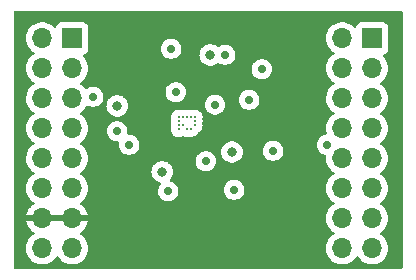
<source format=gbr>
G04 #@! TF.GenerationSoftware,KiCad,Pcbnew,7.0.0*
G04 #@! TF.CreationDate,2024-03-13T15:51:30+01:00*
G04 #@! TF.ProjectId,breakoutBoard_extended,62726561-6b6f-4757-9442-6f6172645f65,rev?*
G04 #@! TF.SameCoordinates,Original*
G04 #@! TF.FileFunction,Copper,L3,Inr*
G04 #@! TF.FilePolarity,Positive*
%FSLAX46Y46*%
G04 Gerber Fmt 4.6, Leading zero omitted, Abs format (unit mm)*
G04 Created by KiCad (PCBNEW 7.0.0) date 2024-03-13 15:51:30*
%MOMM*%
%LPD*%
G01*
G04 APERTURE LIST*
G04 #@! TA.AperFunction,ComponentPad*
%ADD10R,1.700000X1.700000*%
G04 #@! TD*
G04 #@! TA.AperFunction,ComponentPad*
%ADD11O,1.700000X1.700000*%
G04 #@! TD*
G04 #@! TA.AperFunction,ViaPad*
%ADD12C,0.800000*%
G04 #@! TD*
G04 #@! TA.AperFunction,ViaPad*
%ADD13C,0.250000*%
G04 #@! TD*
G04 #@! TA.AperFunction,ViaPad*
%ADD14C,0.700000*%
G04 #@! TD*
G04 APERTURE END LIST*
D10*
X45973999Y-33400999D03*
D11*
X43433999Y-33400999D03*
X45973999Y-35940999D03*
X43433999Y-35940999D03*
X45973999Y-38480999D03*
X43433999Y-38480999D03*
X45973999Y-41020999D03*
X43433999Y-41020999D03*
X45973999Y-43560999D03*
X43433999Y-43560999D03*
X45973999Y-46100999D03*
X43433999Y-46100999D03*
X45973999Y-48640999D03*
X43433999Y-48640999D03*
X45973999Y-51180999D03*
X43433999Y-51180999D03*
D10*
X71373999Y-33400999D03*
D11*
X68833999Y-33400999D03*
X71373999Y-35940999D03*
X68833999Y-35940999D03*
X71373999Y-38480999D03*
X68833999Y-38480999D03*
X71373999Y-41020999D03*
X68833999Y-41020999D03*
X71373999Y-43560999D03*
X68833999Y-43560999D03*
X71373999Y-46100999D03*
X68833999Y-46100999D03*
X71373999Y-48640999D03*
X68833999Y-48640999D03*
X71373999Y-51180999D03*
X68833999Y-51180999D03*
D12*
X53594000Y-42799000D03*
X57785000Y-36449000D03*
X51689000Y-39243000D03*
X64516000Y-36830000D03*
X61087000Y-43053000D03*
D13*
X55330000Y-40770000D03*
X56380380Y-40769540D03*
D12*
X49784000Y-39116000D03*
X53594000Y-44704000D03*
X57658000Y-34798000D03*
X59502040Y-43037760D03*
D14*
X59690000Y-46228000D03*
X62992000Y-42926000D03*
X54356000Y-34290000D03*
X58928014Y-34798000D03*
X58074560Y-39019480D03*
D13*
X56381040Y-40068220D03*
D14*
X57277000Y-43815000D03*
D13*
X56030520Y-41117240D03*
X54980840Y-40769540D03*
X56378500Y-40418740D03*
D14*
X67564000Y-42418000D03*
X60960000Y-38608000D03*
X62020686Y-36023314D03*
D13*
X54980840Y-40065960D03*
D14*
X54737000Y-37973000D03*
D13*
X55679340Y-41120060D03*
D14*
X50800000Y-42418000D03*
D13*
X54980840Y-40421560D03*
X55681880Y-40065960D03*
X56027320Y-40065960D03*
X55331360Y-40065960D03*
X54980840Y-41120060D03*
D14*
X49784000Y-41275000D03*
X47752000Y-38354000D03*
X54102000Y-46355000D03*
G04 #@! TA.AperFunction,Conductor*
G36*
X73886500Y-31067381D02*
G01*
X73932619Y-31113500D01*
X73949500Y-31176500D01*
X73949500Y-52823500D01*
X73932619Y-52886500D01*
X73886500Y-52932619D01*
X73823500Y-52949500D01*
X41176500Y-52949500D01*
X41113500Y-52932619D01*
X41067381Y-52886500D01*
X41050500Y-52823500D01*
X41050500Y-51181000D01*
X42070844Y-51181000D01*
X42089436Y-51405368D01*
X42144704Y-51623616D01*
X42146797Y-51628389D01*
X42146799Y-51628393D01*
X42222147Y-51800170D01*
X42235140Y-51829791D01*
X42358278Y-52018268D01*
X42361806Y-52022100D01*
X42507227Y-52180069D01*
X42507231Y-52180073D01*
X42510760Y-52183906D01*
X42688424Y-52322189D01*
X42886426Y-52429342D01*
X42891355Y-52431034D01*
X42891357Y-52431035D01*
X42992895Y-52465893D01*
X43099365Y-52502444D01*
X43321431Y-52539500D01*
X43541358Y-52539500D01*
X43546569Y-52539500D01*
X43768635Y-52502444D01*
X43981574Y-52429342D01*
X44179576Y-52322189D01*
X44357240Y-52183906D01*
X44509722Y-52018268D01*
X44598518Y-51882354D01*
X44644030Y-51840457D01*
X44704000Y-51825271D01*
X44763970Y-51840457D01*
X44809481Y-51882354D01*
X44898278Y-52018268D01*
X44901806Y-52022100D01*
X45047227Y-52180069D01*
X45047231Y-52180073D01*
X45050760Y-52183906D01*
X45228424Y-52322189D01*
X45426426Y-52429342D01*
X45431355Y-52431034D01*
X45431357Y-52431035D01*
X45532895Y-52465893D01*
X45639365Y-52502444D01*
X45861431Y-52539500D01*
X46081358Y-52539500D01*
X46086569Y-52539500D01*
X46308635Y-52502444D01*
X46521574Y-52429342D01*
X46719576Y-52322189D01*
X46897240Y-52183906D01*
X47049722Y-52018268D01*
X47172860Y-51829791D01*
X47263296Y-51623616D01*
X47318564Y-51405368D01*
X47337156Y-51181000D01*
X47318564Y-50956632D01*
X47263296Y-50738384D01*
X47172860Y-50532209D01*
X47049722Y-50343732D01*
X46988956Y-50277723D01*
X46900772Y-50181930D01*
X46900767Y-50181925D01*
X46897240Y-50178094D01*
X46719576Y-50039811D01*
X46715000Y-50037334D01*
X46714990Y-50037328D01*
X46685794Y-50021529D01*
X46637521Y-49975213D01*
X46619762Y-49910715D01*
X46637522Y-49846217D01*
X46685794Y-49799900D01*
X46714723Y-49784244D01*
X46723411Y-49778568D01*
X46892788Y-49646737D01*
X46900432Y-49639700D01*
X47045789Y-49481799D01*
X47052177Y-49473593D01*
X47169568Y-49293913D01*
X47174511Y-49284778D01*
X47260729Y-49088223D01*
X47264099Y-49078408D01*
X47307013Y-48908943D01*
X47307248Y-48897565D01*
X47296160Y-48895000D01*
X42111840Y-48895000D01*
X42100751Y-48897565D01*
X42100986Y-48908943D01*
X42143900Y-49078408D01*
X42147270Y-49088223D01*
X42233488Y-49284778D01*
X42238431Y-49293913D01*
X42355822Y-49473593D01*
X42362210Y-49481799D01*
X42507567Y-49639700D01*
X42515211Y-49646737D01*
X42684588Y-49778568D01*
X42693281Y-49784247D01*
X42722206Y-49799901D01*
X42770478Y-49846217D01*
X42788237Y-49910715D01*
X42770478Y-49975212D01*
X42722207Y-50021528D01*
X42721680Y-50021814D01*
X42693000Y-50037334D01*
X42692994Y-50037337D01*
X42688424Y-50039811D01*
X42684313Y-50043010D01*
X42684311Y-50043012D01*
X42514878Y-50174888D01*
X42514872Y-50174893D01*
X42510760Y-50178094D01*
X42507237Y-50181919D01*
X42507227Y-50181930D01*
X42361806Y-50339899D01*
X42361802Y-50339902D01*
X42358278Y-50343732D01*
X42355430Y-50348090D01*
X42355427Y-50348095D01*
X42269483Y-50479643D01*
X42235140Y-50532209D01*
X42233048Y-50536978D01*
X42233046Y-50536982D01*
X42146799Y-50733606D01*
X42146796Y-50733614D01*
X42144704Y-50738384D01*
X42089436Y-50956632D01*
X42089006Y-50961820D01*
X42089005Y-50961827D01*
X42071909Y-51168147D01*
X42070844Y-51181000D01*
X41050500Y-51181000D01*
X41050500Y-46101000D01*
X42070844Y-46101000D01*
X42071274Y-46106189D01*
X42081911Y-46234565D01*
X42089436Y-46325368D01*
X42144704Y-46543616D01*
X42146797Y-46548389D01*
X42146799Y-46548393D01*
X42213222Y-46699822D01*
X42235140Y-46749791D01*
X42358278Y-46938268D01*
X42407368Y-46991593D01*
X42507227Y-47100069D01*
X42507231Y-47100073D01*
X42510760Y-47103906D01*
X42688424Y-47242189D01*
X42693000Y-47244665D01*
X42693004Y-47244668D01*
X42693010Y-47244671D01*
X42722205Y-47260470D01*
X42770476Y-47306784D01*
X42788237Y-47371281D01*
X42770479Y-47435779D01*
X42722209Y-47482096D01*
X42693285Y-47497749D01*
X42684588Y-47503431D01*
X42515211Y-47635262D01*
X42507567Y-47642299D01*
X42362210Y-47800200D01*
X42355822Y-47808406D01*
X42238431Y-47988086D01*
X42233488Y-47997221D01*
X42147270Y-48193776D01*
X42143900Y-48203591D01*
X42100986Y-48373056D01*
X42100751Y-48384434D01*
X42111840Y-48387000D01*
X47296160Y-48387000D01*
X47307248Y-48384434D01*
X47307013Y-48373056D01*
X47264099Y-48203591D01*
X47260729Y-48193776D01*
X47174511Y-47997221D01*
X47169568Y-47988086D01*
X47052177Y-47808406D01*
X47045789Y-47800200D01*
X46900432Y-47642299D01*
X46892788Y-47635262D01*
X46723411Y-47503431D01*
X46714713Y-47497749D01*
X46685792Y-47482097D01*
X46637520Y-47435780D01*
X46619762Y-47371281D01*
X46637523Y-47306784D01*
X46685791Y-47260472D01*
X46719576Y-47242189D01*
X46897240Y-47103906D01*
X47049722Y-46938268D01*
X47172860Y-46749791D01*
X47263296Y-46543616D01*
X47318564Y-46325368D01*
X47337156Y-46101000D01*
X47318564Y-45876632D01*
X47263296Y-45658384D01*
X47172860Y-45452209D01*
X47049722Y-45263732D01*
X46988956Y-45197723D01*
X46900772Y-45101930D01*
X46900767Y-45101925D01*
X46897240Y-45098094D01*
X46719576Y-44959811D01*
X46714997Y-44957333D01*
X46714994Y-44957331D01*
X46686318Y-44941812D01*
X46638047Y-44895494D01*
X46620289Y-44830996D01*
X46638050Y-44766499D01*
X46686321Y-44720185D01*
X46716229Y-44704000D01*
X52680496Y-44704000D01*
X52700458Y-44893928D01*
X52702495Y-44900200D01*
X52702497Y-44900205D01*
X52757430Y-45069271D01*
X52757433Y-45069278D01*
X52759473Y-45075556D01*
X52854960Y-45240944D01*
X52879407Y-45268095D01*
X52971947Y-45370872D01*
X52982747Y-45382866D01*
X52988089Y-45386747D01*
X52988091Y-45386749D01*
X53031298Y-45418141D01*
X53137248Y-45495118D01*
X53311712Y-45572794D01*
X53357907Y-45582613D01*
X53383090Y-45587966D01*
X53441203Y-45617577D01*
X53476726Y-45672277D01*
X53480140Y-45737409D01*
X53450530Y-45795522D01*
X53403633Y-45847607D01*
X53400334Y-45853320D01*
X53400331Y-45853325D01*
X53316705Y-45998170D01*
X53313401Y-46003893D01*
X53311359Y-46010175D01*
X53311359Y-46010177D01*
X53296767Y-46055089D01*
X53257635Y-46175525D01*
X53256945Y-46182088D01*
X53256945Y-46182089D01*
X53241354Y-46330426D01*
X53238771Y-46355000D01*
X53257635Y-46534475D01*
X53259674Y-46540752D01*
X53259675Y-46540754D01*
X53272137Y-46579107D01*
X53313401Y-46706107D01*
X53403633Y-46862393D01*
X53524387Y-46996504D01*
X53670385Y-47102578D01*
X53835248Y-47175980D01*
X54011768Y-47213500D01*
X54185629Y-47213500D01*
X54192232Y-47213500D01*
X54368752Y-47175980D01*
X54533615Y-47102578D01*
X54679613Y-46996504D01*
X54800367Y-46862393D01*
X54890599Y-46706107D01*
X54946365Y-46534475D01*
X54965229Y-46355000D01*
X54951880Y-46228000D01*
X58826771Y-46228000D01*
X58845635Y-46407475D01*
X58901401Y-46579107D01*
X58991633Y-46735393D01*
X59112387Y-46869504D01*
X59258385Y-46975578D01*
X59423248Y-47048980D01*
X59599768Y-47086500D01*
X59773629Y-47086500D01*
X59780232Y-47086500D01*
X59956752Y-47048980D01*
X60121615Y-46975578D01*
X60267613Y-46869504D01*
X60388367Y-46735393D01*
X60478599Y-46579107D01*
X60534365Y-46407475D01*
X60553229Y-46228000D01*
X60534365Y-46048525D01*
X60478599Y-45876893D01*
X60388367Y-45720607D01*
X60267613Y-45586496D01*
X60121615Y-45480422D01*
X59956752Y-45407020D01*
X59950299Y-45405648D01*
X59950295Y-45405647D01*
X59786689Y-45370872D01*
X59786684Y-45370871D01*
X59780232Y-45369500D01*
X59599768Y-45369500D01*
X59593316Y-45370871D01*
X59593310Y-45370872D01*
X59429704Y-45405647D01*
X59429697Y-45405649D01*
X59423248Y-45407020D01*
X59417218Y-45409704D01*
X59417217Y-45409705D01*
X59264416Y-45477737D01*
X59264414Y-45477738D01*
X59258386Y-45480422D01*
X59253045Y-45484302D01*
X59253044Y-45484303D01*
X59117731Y-45582613D01*
X59117728Y-45582614D01*
X59112387Y-45586496D01*
X59107970Y-45591401D01*
X59107965Y-45591406D01*
X59035149Y-45672277D01*
X58991633Y-45720607D01*
X58988334Y-45726320D01*
X58988331Y-45726325D01*
X58981932Y-45737409D01*
X58901401Y-45876893D01*
X58899359Y-45883175D01*
X58899359Y-45883177D01*
X58858095Y-46010177D01*
X58845635Y-46048525D01*
X58844945Y-46055088D01*
X58844945Y-46055089D01*
X58832286Y-46175525D01*
X58826771Y-46228000D01*
X54951880Y-46228000D01*
X54946365Y-46175525D01*
X54890599Y-46003893D01*
X54800367Y-45847607D01*
X54679613Y-45713496D01*
X54533615Y-45607422D01*
X54368752Y-45534020D01*
X54362294Y-45532647D01*
X54362287Y-45532645D01*
X54330749Y-45525941D01*
X54272636Y-45496330D01*
X54237114Y-45441630D01*
X54233701Y-45376497D01*
X54263308Y-45318388D01*
X54333040Y-45240944D01*
X54428527Y-45075556D01*
X54487542Y-44893928D01*
X54507504Y-44704000D01*
X54487542Y-44514072D01*
X54428527Y-44332444D01*
X54333040Y-44167056D01*
X54205253Y-44025134D01*
X54199911Y-44021253D01*
X54199908Y-44021250D01*
X54122057Y-43964688D01*
X54050752Y-43912882D01*
X53876288Y-43835206D01*
X53869835Y-43833834D01*
X53869831Y-43833833D01*
X53781229Y-43815000D01*
X56413771Y-43815000D01*
X56432635Y-43994475D01*
X56434674Y-44000752D01*
X56434675Y-44000754D01*
X56444192Y-44030044D01*
X56488401Y-44166107D01*
X56578633Y-44322393D01*
X56699387Y-44456504D01*
X56845385Y-44562578D01*
X57010248Y-44635980D01*
X57186768Y-44673500D01*
X57360629Y-44673500D01*
X57367232Y-44673500D01*
X57543752Y-44635980D01*
X57708615Y-44562578D01*
X57854613Y-44456504D01*
X57975367Y-44322393D01*
X58065599Y-44166107D01*
X58121365Y-43994475D01*
X58140229Y-43815000D01*
X58121365Y-43635525D01*
X58065599Y-43463893D01*
X57975367Y-43307607D01*
X57854613Y-43173496D01*
X57708615Y-43067422D01*
X57641993Y-43037760D01*
X58588536Y-43037760D01*
X58608498Y-43227688D01*
X58610535Y-43233960D01*
X58610537Y-43233965D01*
X58665470Y-43403031D01*
X58665473Y-43403038D01*
X58667513Y-43409316D01*
X58763000Y-43574704D01*
X58890787Y-43716626D01*
X58896129Y-43720507D01*
X58896131Y-43720509D01*
X58934454Y-43748352D01*
X59045288Y-43828878D01*
X59219752Y-43906554D01*
X59406553Y-43946260D01*
X59590924Y-43946260D01*
X59597527Y-43946260D01*
X59784328Y-43906554D01*
X59958792Y-43828878D01*
X60113293Y-43716626D01*
X60241080Y-43574704D01*
X60336567Y-43409316D01*
X60395582Y-43227688D01*
X60415544Y-43037760D01*
X60403798Y-42926000D01*
X62128771Y-42926000D01*
X62147635Y-43105475D01*
X62149674Y-43111752D01*
X62149675Y-43111754D01*
X62168474Y-43169613D01*
X62203401Y-43277107D01*
X62293633Y-43433393D01*
X62414387Y-43567504D01*
X62560385Y-43673578D01*
X62725248Y-43746980D01*
X62901768Y-43784500D01*
X63075629Y-43784500D01*
X63082232Y-43784500D01*
X63258752Y-43746980D01*
X63423615Y-43673578D01*
X63569613Y-43567504D01*
X63690367Y-43433393D01*
X63780599Y-43277107D01*
X63836365Y-43105475D01*
X63855229Y-42926000D01*
X63836365Y-42746525D01*
X63780599Y-42574893D01*
X63690367Y-42418607D01*
X63689820Y-42418000D01*
X66700771Y-42418000D01*
X66719635Y-42597475D01*
X66775401Y-42769107D01*
X66865633Y-42925393D01*
X66986387Y-43059504D01*
X67132385Y-43165578D01*
X67297248Y-43238980D01*
X67385525Y-43257743D01*
X67439607Y-43283875D01*
X67475447Y-43332077D01*
X67484898Y-43391395D01*
X67470844Y-43561000D01*
X67471274Y-43566189D01*
X67486368Y-43748352D01*
X67489436Y-43785368D01*
X67544704Y-44003616D01*
X67546797Y-44008389D01*
X67546799Y-44008393D01*
X67613222Y-44159822D01*
X67635140Y-44209791D01*
X67758278Y-44398268D01*
X67761806Y-44402100D01*
X67907227Y-44560069D01*
X67907231Y-44560073D01*
X67910760Y-44563906D01*
X68088424Y-44702189D01*
X68121680Y-44720186D01*
X68169950Y-44766499D01*
X68187710Y-44830996D01*
X68169953Y-44895494D01*
X68121683Y-44941811D01*
X68093005Y-44957331D01*
X68092997Y-44957336D01*
X68088424Y-44959811D01*
X68084313Y-44963010D01*
X68084311Y-44963012D01*
X67914878Y-45094888D01*
X67914872Y-45094893D01*
X67910760Y-45098094D01*
X67907237Y-45101919D01*
X67907227Y-45101930D01*
X67761806Y-45259899D01*
X67761802Y-45259902D01*
X67758278Y-45263732D01*
X67755430Y-45268090D01*
X67755427Y-45268095D01*
X67637992Y-45447843D01*
X67635140Y-45452209D01*
X67633048Y-45456978D01*
X67633046Y-45456982D01*
X67546799Y-45653606D01*
X67546796Y-45653614D01*
X67544704Y-45658384D01*
X67543423Y-45663440D01*
X67543422Y-45663445D01*
X67498029Y-45842699D01*
X67489436Y-45876632D01*
X67489006Y-45881820D01*
X67489005Y-45881827D01*
X67478370Y-46010177D01*
X67470844Y-46101000D01*
X67471274Y-46106189D01*
X67481911Y-46234565D01*
X67489436Y-46325368D01*
X67544704Y-46543616D01*
X67546797Y-46548389D01*
X67546799Y-46548393D01*
X67613222Y-46699822D01*
X67635140Y-46749791D01*
X67758278Y-46938268D01*
X67807368Y-46991593D01*
X67907227Y-47100069D01*
X67907231Y-47100073D01*
X67910760Y-47103906D01*
X68088424Y-47242189D01*
X68093002Y-47244666D01*
X68093009Y-47244671D01*
X68121680Y-47260187D01*
X68169951Y-47306503D01*
X68187710Y-47371000D01*
X68169951Y-47435497D01*
X68121680Y-47481813D01*
X68093009Y-47497328D01*
X68092993Y-47497338D01*
X68088424Y-47499811D01*
X68084313Y-47503010D01*
X68084311Y-47503012D01*
X67914878Y-47634888D01*
X67914872Y-47634893D01*
X67910760Y-47638094D01*
X67907237Y-47641919D01*
X67907227Y-47641930D01*
X67761806Y-47799899D01*
X67761802Y-47799902D01*
X67758278Y-47803732D01*
X67755430Y-47808090D01*
X67755427Y-47808095D01*
X67637992Y-47987843D01*
X67635140Y-47992209D01*
X67633048Y-47996978D01*
X67633046Y-47996982D01*
X67546799Y-48193606D01*
X67546796Y-48193614D01*
X67544704Y-48198384D01*
X67489436Y-48416632D01*
X67489006Y-48421820D01*
X67489005Y-48421827D01*
X67471909Y-48628147D01*
X67470844Y-48641000D01*
X67489436Y-48865368D01*
X67544704Y-49083616D01*
X67546797Y-49088389D01*
X67546799Y-49088393D01*
X67622147Y-49260170D01*
X67635140Y-49289791D01*
X67758278Y-49478268D01*
X67761806Y-49482100D01*
X67907227Y-49640069D01*
X67907231Y-49640073D01*
X67910760Y-49643906D01*
X68088424Y-49782189D01*
X68093002Y-49784666D01*
X68093009Y-49784671D01*
X68121680Y-49800187D01*
X68169951Y-49846503D01*
X68187710Y-49911000D01*
X68169951Y-49975497D01*
X68121680Y-50021813D01*
X68093009Y-50037328D01*
X68092993Y-50037338D01*
X68088424Y-50039811D01*
X68084313Y-50043010D01*
X68084311Y-50043012D01*
X67914878Y-50174888D01*
X67914872Y-50174893D01*
X67910760Y-50178094D01*
X67907237Y-50181919D01*
X67907227Y-50181930D01*
X67761806Y-50339899D01*
X67761802Y-50339902D01*
X67758278Y-50343732D01*
X67755430Y-50348090D01*
X67755427Y-50348095D01*
X67669483Y-50479643D01*
X67635140Y-50532209D01*
X67633048Y-50536978D01*
X67633046Y-50536982D01*
X67546799Y-50733606D01*
X67546796Y-50733614D01*
X67544704Y-50738384D01*
X67489436Y-50956632D01*
X67489006Y-50961820D01*
X67489005Y-50961827D01*
X67471909Y-51168147D01*
X67470844Y-51181000D01*
X67489436Y-51405368D01*
X67544704Y-51623616D01*
X67546797Y-51628389D01*
X67546799Y-51628393D01*
X67622147Y-51800170D01*
X67635140Y-51829791D01*
X67758278Y-52018268D01*
X67761806Y-52022100D01*
X67907227Y-52180069D01*
X67907231Y-52180073D01*
X67910760Y-52183906D01*
X68088424Y-52322189D01*
X68286426Y-52429342D01*
X68291355Y-52431034D01*
X68291357Y-52431035D01*
X68392895Y-52465893D01*
X68499365Y-52502444D01*
X68721431Y-52539500D01*
X68941358Y-52539500D01*
X68946569Y-52539500D01*
X69168635Y-52502444D01*
X69381574Y-52429342D01*
X69579576Y-52322189D01*
X69757240Y-52183906D01*
X69909722Y-52018268D01*
X69998518Y-51882354D01*
X70044030Y-51840457D01*
X70104000Y-51825271D01*
X70163970Y-51840457D01*
X70209481Y-51882354D01*
X70298278Y-52018268D01*
X70301806Y-52022100D01*
X70447227Y-52180069D01*
X70447231Y-52180073D01*
X70450760Y-52183906D01*
X70628424Y-52322189D01*
X70826426Y-52429342D01*
X70831355Y-52431034D01*
X70831357Y-52431035D01*
X70932895Y-52465893D01*
X71039365Y-52502444D01*
X71261431Y-52539500D01*
X71481358Y-52539500D01*
X71486569Y-52539500D01*
X71708635Y-52502444D01*
X71921574Y-52429342D01*
X72119576Y-52322189D01*
X72297240Y-52183906D01*
X72449722Y-52018268D01*
X72572860Y-51829791D01*
X72663296Y-51623616D01*
X72718564Y-51405368D01*
X72737156Y-51181000D01*
X72718564Y-50956632D01*
X72663296Y-50738384D01*
X72572860Y-50532209D01*
X72449722Y-50343732D01*
X72388956Y-50277723D01*
X72300772Y-50181930D01*
X72300767Y-50181925D01*
X72297240Y-50178094D01*
X72119576Y-50039811D01*
X72115002Y-50037336D01*
X72114995Y-50037331D01*
X72086320Y-50021814D01*
X72038048Y-49975498D01*
X72020289Y-49911000D01*
X72038048Y-49846502D01*
X72086320Y-49800186D01*
X72086849Y-49799900D01*
X72119576Y-49782189D01*
X72297240Y-49643906D01*
X72449722Y-49478268D01*
X72572860Y-49289791D01*
X72663296Y-49083616D01*
X72718564Y-48865368D01*
X72737156Y-48641000D01*
X72718564Y-48416632D01*
X72663296Y-48198384D01*
X72572860Y-47992209D01*
X72449722Y-47803732D01*
X72388956Y-47737723D01*
X72300772Y-47641930D01*
X72300767Y-47641925D01*
X72297240Y-47638094D01*
X72119576Y-47499811D01*
X72115002Y-47497336D01*
X72114995Y-47497331D01*
X72086320Y-47481814D01*
X72038048Y-47435498D01*
X72020289Y-47371000D01*
X72038048Y-47306502D01*
X72086320Y-47260186D01*
X72114990Y-47244671D01*
X72119576Y-47242189D01*
X72297240Y-47103906D01*
X72449722Y-46938268D01*
X72572860Y-46749791D01*
X72663296Y-46543616D01*
X72718564Y-46325368D01*
X72737156Y-46101000D01*
X72718564Y-45876632D01*
X72663296Y-45658384D01*
X72572860Y-45452209D01*
X72449722Y-45263732D01*
X72388956Y-45197723D01*
X72300772Y-45101930D01*
X72300767Y-45101925D01*
X72297240Y-45098094D01*
X72119576Y-44959811D01*
X72114997Y-44957333D01*
X72114994Y-44957331D01*
X72086318Y-44941812D01*
X72038047Y-44895494D01*
X72020289Y-44830996D01*
X72038050Y-44766499D01*
X72086321Y-44720185D01*
X72119576Y-44702189D01*
X72297240Y-44563906D01*
X72449722Y-44398268D01*
X72572860Y-44209791D01*
X72663296Y-44003616D01*
X72718564Y-43785368D01*
X72737156Y-43561000D01*
X72718564Y-43336632D01*
X72663296Y-43118384D01*
X72572860Y-42912209D01*
X72449722Y-42723732D01*
X72388956Y-42657723D01*
X72300772Y-42561930D01*
X72300767Y-42561925D01*
X72297240Y-42558094D01*
X72119576Y-42419811D01*
X72115002Y-42417336D01*
X72114995Y-42417331D01*
X72086320Y-42401814D01*
X72038048Y-42355498D01*
X72020289Y-42291000D01*
X72038048Y-42226502D01*
X72086320Y-42180186D01*
X72102092Y-42171651D01*
X72119576Y-42162189D01*
X72297240Y-42023906D01*
X72449722Y-41858268D01*
X72572860Y-41669791D01*
X72663296Y-41463616D01*
X72718564Y-41245368D01*
X72737156Y-41021000D01*
X72718564Y-40796632D01*
X72663296Y-40578384D01*
X72572860Y-40372209D01*
X72449722Y-40183732D01*
X72343385Y-40068220D01*
X72300772Y-40021930D01*
X72300767Y-40021925D01*
X72297240Y-40018094D01*
X72119576Y-39879811D01*
X72115002Y-39877336D01*
X72114995Y-39877331D01*
X72086320Y-39861814D01*
X72038048Y-39815498D01*
X72020289Y-39751000D01*
X72038048Y-39686502D01*
X72086320Y-39640186D01*
X72086681Y-39639991D01*
X72119576Y-39622189D01*
X72297240Y-39483906D01*
X72449722Y-39318268D01*
X72572860Y-39129791D01*
X72663296Y-38923616D01*
X72718564Y-38705368D01*
X72737156Y-38481000D01*
X72718564Y-38256632D01*
X72663296Y-38038384D01*
X72572860Y-37832209D01*
X72449722Y-37643732D01*
X72350275Y-37535705D01*
X72300772Y-37481930D01*
X72300767Y-37481925D01*
X72297240Y-37478094D01*
X72119576Y-37339811D01*
X72115002Y-37337336D01*
X72114995Y-37337331D01*
X72086320Y-37321814D01*
X72038048Y-37275498D01*
X72020289Y-37211000D01*
X72038048Y-37146502D01*
X72086320Y-37100186D01*
X72114990Y-37084671D01*
X72119576Y-37082189D01*
X72297240Y-36943906D01*
X72449722Y-36778268D01*
X72572860Y-36589791D01*
X72663296Y-36383616D01*
X72718564Y-36165368D01*
X72737156Y-35941000D01*
X72718564Y-35716632D01*
X72663296Y-35498384D01*
X72572860Y-35292209D01*
X72449722Y-35103732D01*
X72306525Y-34948180D01*
X72277288Y-34894576D01*
X72276685Y-34833520D01*
X72304859Y-34779350D01*
X72355191Y-34744786D01*
X72470204Y-34701889D01*
X72587261Y-34614261D01*
X72674889Y-34497204D01*
X72725989Y-34360201D01*
X72732500Y-34299638D01*
X72732500Y-32502362D01*
X72725989Y-32441799D01*
X72674889Y-32304796D01*
X72587261Y-32187739D01*
X72543713Y-32155139D01*
X72477417Y-32105510D01*
X72477414Y-32105508D01*
X72470204Y-32100111D01*
X72461766Y-32096964D01*
X72461763Y-32096962D01*
X72340580Y-32051763D01*
X72340578Y-32051762D01*
X72333201Y-32049011D01*
X72325373Y-32048169D01*
X72325367Y-32048168D01*
X72275988Y-32042860D01*
X72275985Y-32042859D01*
X72272638Y-32042500D01*
X70475362Y-32042500D01*
X70472015Y-32042859D01*
X70472011Y-32042860D01*
X70422632Y-32048168D01*
X70422625Y-32048169D01*
X70414799Y-32049011D01*
X70407423Y-32051761D01*
X70407419Y-32051763D01*
X70286236Y-32096962D01*
X70286230Y-32096965D01*
X70277796Y-32100111D01*
X70270588Y-32105506D01*
X70270582Y-32105510D01*
X70167950Y-32182340D01*
X70167946Y-32182343D01*
X70160739Y-32187739D01*
X70155343Y-32194946D01*
X70155340Y-32194950D01*
X70078510Y-32297582D01*
X70078506Y-32297588D01*
X70073111Y-32304796D01*
X70069964Y-32313231D01*
X70069960Y-32313240D01*
X70029000Y-32423057D01*
X69992468Y-32475095D01*
X69935178Y-32502671D01*
X69871717Y-32498761D01*
X69818244Y-32464361D01*
X69760772Y-32401931D01*
X69760771Y-32401930D01*
X69757240Y-32398094D01*
X69579576Y-32259811D01*
X69574997Y-32257333D01*
X69574994Y-32257331D01*
X69386159Y-32155139D01*
X69386156Y-32155137D01*
X69381574Y-32152658D01*
X69376650Y-32150967D01*
X69376642Y-32150964D01*
X69173565Y-32081248D01*
X69173559Y-32081246D01*
X69168635Y-32079556D01*
X69163498Y-32078698D01*
X69163495Y-32078698D01*
X68951706Y-32043357D01*
X68951703Y-32043356D01*
X68946569Y-32042500D01*
X68721431Y-32042500D01*
X68716297Y-32043356D01*
X68716293Y-32043357D01*
X68504504Y-32078698D01*
X68504498Y-32078699D01*
X68499365Y-32079556D01*
X68494443Y-32081245D01*
X68494434Y-32081248D01*
X68291357Y-32150964D01*
X68291344Y-32150969D01*
X68286426Y-32152658D01*
X68281847Y-32155135D01*
X68281840Y-32155139D01*
X68093005Y-32257331D01*
X68092997Y-32257336D01*
X68088424Y-32259811D01*
X68084313Y-32263010D01*
X68084311Y-32263012D01*
X67914878Y-32394888D01*
X67914872Y-32394893D01*
X67910760Y-32398094D01*
X67907237Y-32401919D01*
X67907227Y-32401930D01*
X67761806Y-32559899D01*
X67761802Y-32559902D01*
X67758278Y-32563732D01*
X67755430Y-32568090D01*
X67755427Y-32568095D01*
X67637992Y-32747843D01*
X67635140Y-32752209D01*
X67633048Y-32756978D01*
X67633046Y-32756982D01*
X67546799Y-32953606D01*
X67546796Y-32953614D01*
X67544704Y-32958384D01*
X67489436Y-33176632D01*
X67489006Y-33181820D01*
X67489005Y-33181827D01*
X67471909Y-33388147D01*
X67470844Y-33401000D01*
X67489436Y-33625368D01*
X67490717Y-33630426D01*
X67528011Y-33777699D01*
X67544704Y-33843616D01*
X67546797Y-33848389D01*
X67546799Y-33848393D01*
X67618021Y-34010763D01*
X67635140Y-34049791D01*
X67758278Y-34238268D01*
X67761806Y-34242100D01*
X67907227Y-34400069D01*
X67907231Y-34400073D01*
X67910760Y-34403906D01*
X68088424Y-34542189D01*
X68093002Y-34544666D01*
X68093009Y-34544671D01*
X68121680Y-34560187D01*
X68169951Y-34606503D01*
X68187710Y-34671000D01*
X68169951Y-34735497D01*
X68121680Y-34781813D01*
X68093009Y-34797328D01*
X68092993Y-34797338D01*
X68088424Y-34799811D01*
X68084313Y-34803010D01*
X68084311Y-34803012D01*
X67914878Y-34934888D01*
X67914872Y-34934893D01*
X67910760Y-34938094D01*
X67907237Y-34941919D01*
X67907227Y-34941930D01*
X67761806Y-35099899D01*
X67761802Y-35099902D01*
X67758278Y-35103732D01*
X67755430Y-35108090D01*
X67755427Y-35108095D01*
X67642109Y-35281542D01*
X67635140Y-35292209D01*
X67633048Y-35296978D01*
X67633046Y-35296982D01*
X67546799Y-35493606D01*
X67546796Y-35493614D01*
X67544704Y-35498384D01*
X67543423Y-35503440D01*
X67543422Y-35503445D01*
X67492349Y-35705127D01*
X67489436Y-35716632D01*
X67489006Y-35721820D01*
X67489005Y-35721827D01*
X67478895Y-35843839D01*
X67470844Y-35941000D01*
X67489436Y-36165368D01*
X67490717Y-36170426D01*
X67542375Y-36374421D01*
X67544704Y-36383616D01*
X67546797Y-36388389D01*
X67546799Y-36388393D01*
X67606715Y-36524988D01*
X67635140Y-36589791D01*
X67758278Y-36778268D01*
X67761806Y-36782100D01*
X67907227Y-36940069D01*
X67907231Y-36940073D01*
X67910760Y-36943906D01*
X68088424Y-37082189D01*
X68093002Y-37084666D01*
X68093009Y-37084671D01*
X68121680Y-37100187D01*
X68169951Y-37146503D01*
X68187710Y-37211000D01*
X68169951Y-37275497D01*
X68121680Y-37321813D01*
X68093009Y-37337328D01*
X68092993Y-37337338D01*
X68088424Y-37339811D01*
X68084313Y-37343010D01*
X68084311Y-37343012D01*
X67914878Y-37474888D01*
X67914872Y-37474893D01*
X67910760Y-37478094D01*
X67907237Y-37481919D01*
X67907227Y-37481930D01*
X67761806Y-37639899D01*
X67761802Y-37639902D01*
X67758278Y-37643732D01*
X67755430Y-37648090D01*
X67755427Y-37648095D01*
X67669483Y-37779643D01*
X67635140Y-37832209D01*
X67633048Y-37836978D01*
X67633046Y-37836982D01*
X67546799Y-38033606D01*
X67546796Y-38033614D01*
X67544704Y-38038384D01*
X67543423Y-38043440D01*
X67543422Y-38043445D01*
X67510228Y-38174525D01*
X67489436Y-38256632D01*
X67489006Y-38261820D01*
X67489005Y-38261827D01*
X67479381Y-38377976D01*
X67470844Y-38481000D01*
X67471274Y-38486189D01*
X67488893Y-38698822D01*
X67489436Y-38705368D01*
X67544704Y-38923616D01*
X67546797Y-38928389D01*
X67546799Y-38928393D01*
X67589633Y-39026045D01*
X67635140Y-39129791D01*
X67758278Y-39318268D01*
X67808727Y-39373069D01*
X67907227Y-39480069D01*
X67907231Y-39480073D01*
X67910760Y-39483906D01*
X68088424Y-39622189D01*
X68093002Y-39624666D01*
X68093009Y-39624671D01*
X68121680Y-39640187D01*
X68169951Y-39686503D01*
X68187710Y-39751000D01*
X68169951Y-39815497D01*
X68121680Y-39861813D01*
X68093009Y-39877328D01*
X68092993Y-39877338D01*
X68088424Y-39879811D01*
X68084313Y-39883010D01*
X68084311Y-39883012D01*
X67914878Y-40014888D01*
X67914872Y-40014893D01*
X67910760Y-40018094D01*
X67907237Y-40021919D01*
X67907227Y-40021930D01*
X67761806Y-40179899D01*
X67761802Y-40179902D01*
X67758278Y-40183732D01*
X67755430Y-40188090D01*
X67755427Y-40188095D01*
X67699371Y-40273896D01*
X67635140Y-40372209D01*
X67633048Y-40376978D01*
X67633046Y-40376982D01*
X67546799Y-40573606D01*
X67546796Y-40573614D01*
X67544704Y-40578384D01*
X67543423Y-40583440D01*
X67543422Y-40583445D01*
X67495338Y-40773325D01*
X67489436Y-40796632D01*
X67489006Y-40801820D01*
X67489005Y-40801827D01*
X67478435Y-40929388D01*
X67470844Y-41021000D01*
X67471274Y-41026189D01*
X67485491Y-41197768D01*
X67489436Y-41245368D01*
X67490717Y-41250426D01*
X67531973Y-41413344D01*
X67530624Y-41480117D01*
X67495337Y-41536819D01*
X67436026Y-41567522D01*
X67303704Y-41595647D01*
X67303697Y-41595649D01*
X67297248Y-41597020D01*
X67291218Y-41599704D01*
X67291217Y-41599705D01*
X67138416Y-41667737D01*
X67138414Y-41667738D01*
X67132386Y-41670422D01*
X67127045Y-41674302D01*
X67127044Y-41674303D01*
X66991731Y-41772613D01*
X66991728Y-41772614D01*
X66986387Y-41776496D01*
X66981970Y-41781401D01*
X66981965Y-41781406D01*
X66870052Y-41905699D01*
X66865633Y-41910607D01*
X66862334Y-41916320D01*
X66862331Y-41916325D01*
X66798369Y-42027111D01*
X66775401Y-42066893D01*
X66773359Y-42073175D01*
X66773359Y-42073177D01*
X66730767Y-42204265D01*
X66719635Y-42238525D01*
X66718945Y-42245088D01*
X66718945Y-42245089D01*
X66711843Y-42312658D01*
X66700771Y-42418000D01*
X63689820Y-42418000D01*
X63569613Y-42284496D01*
X63423615Y-42178422D01*
X63258752Y-42105020D01*
X63252299Y-42103648D01*
X63252295Y-42103647D01*
X63088689Y-42068872D01*
X63088684Y-42068871D01*
X63082232Y-42067500D01*
X62901768Y-42067500D01*
X62895316Y-42068871D01*
X62895310Y-42068872D01*
X62731704Y-42103647D01*
X62731697Y-42103649D01*
X62725248Y-42105020D01*
X62719218Y-42107704D01*
X62719217Y-42107705D01*
X62566416Y-42175737D01*
X62566414Y-42175738D01*
X62560386Y-42178422D01*
X62555045Y-42182302D01*
X62555044Y-42182303D01*
X62419731Y-42280613D01*
X62419728Y-42280614D01*
X62414387Y-42284496D01*
X62409970Y-42289401D01*
X62409965Y-42289406D01*
X62298052Y-42413699D01*
X62293633Y-42418607D01*
X62290334Y-42424320D01*
X62290331Y-42424325D01*
X62249003Y-42495908D01*
X62203401Y-42574893D01*
X62201359Y-42581175D01*
X62201359Y-42581177D01*
X62155041Y-42723732D01*
X62147635Y-42746525D01*
X62146945Y-42753088D01*
X62146945Y-42753089D01*
X62129746Y-42916728D01*
X62128771Y-42926000D01*
X60403798Y-42926000D01*
X60395582Y-42847832D01*
X60336567Y-42666204D01*
X60241080Y-42500816D01*
X60113293Y-42358894D01*
X60107951Y-42355013D01*
X60107948Y-42355010D01*
X60005549Y-42280613D01*
X59958792Y-42246642D01*
X59784328Y-42168966D01*
X59777875Y-42167594D01*
X59777871Y-42167593D01*
X59603983Y-42130632D01*
X59603980Y-42130631D01*
X59597527Y-42129260D01*
X59406553Y-42129260D01*
X59400100Y-42130631D01*
X59400096Y-42130632D01*
X59226208Y-42167593D01*
X59226201Y-42167595D01*
X59219752Y-42168966D01*
X59213722Y-42171650D01*
X59213721Y-42171651D01*
X59051318Y-42243957D01*
X59051315Y-42243958D01*
X59045288Y-42246642D01*
X59039947Y-42250522D01*
X59039946Y-42250523D01*
X58896131Y-42355010D01*
X58896123Y-42355016D01*
X58890787Y-42358894D01*
X58886370Y-42363799D01*
X58886365Y-42363804D01*
X58767419Y-42495908D01*
X58763000Y-42500816D01*
X58759701Y-42506529D01*
X58759698Y-42506534D01*
X58670817Y-42660481D01*
X58667513Y-42666204D01*
X58665474Y-42672478D01*
X58665470Y-42672488D01*
X58610537Y-42841554D01*
X58610535Y-42841561D01*
X58608498Y-42847832D01*
X58607808Y-42854393D01*
X58607808Y-42854395D01*
X58593133Y-42994020D01*
X58588536Y-43037760D01*
X57641993Y-43037760D01*
X57543752Y-42994020D01*
X57537299Y-42992648D01*
X57537295Y-42992647D01*
X57373689Y-42957872D01*
X57373684Y-42957871D01*
X57367232Y-42956500D01*
X57186768Y-42956500D01*
X57180316Y-42957871D01*
X57180310Y-42957872D01*
X57016704Y-42992647D01*
X57016697Y-42992649D01*
X57010248Y-42994020D01*
X57004218Y-42996704D01*
X57004217Y-42996705D01*
X56851416Y-43064737D01*
X56851414Y-43064738D01*
X56845386Y-43067422D01*
X56840045Y-43071302D01*
X56840044Y-43071303D01*
X56704731Y-43169613D01*
X56704728Y-43169614D01*
X56699387Y-43173496D01*
X56694970Y-43178401D01*
X56694965Y-43178406D01*
X56606095Y-43277107D01*
X56578633Y-43307607D01*
X56575334Y-43313320D01*
X56575331Y-43313325D01*
X56509312Y-43427674D01*
X56488401Y-43463893D01*
X56486359Y-43470175D01*
X56486359Y-43470177D01*
X56452397Y-43574704D01*
X56432635Y-43635525D01*
X56431945Y-43642088D01*
X56431945Y-43642089D01*
X56416354Y-43790426D01*
X56413771Y-43815000D01*
X53781229Y-43815000D01*
X53695943Y-43796872D01*
X53695940Y-43796871D01*
X53689487Y-43795500D01*
X53498513Y-43795500D01*
X53492060Y-43796871D01*
X53492056Y-43796872D01*
X53318168Y-43833833D01*
X53318161Y-43833835D01*
X53311712Y-43835206D01*
X53305682Y-43837890D01*
X53305681Y-43837891D01*
X53143278Y-43910197D01*
X53143275Y-43910198D01*
X53137248Y-43912882D01*
X53131907Y-43916762D01*
X53131906Y-43916763D01*
X52988091Y-44021250D01*
X52988083Y-44021256D01*
X52982747Y-44025134D01*
X52978330Y-44030039D01*
X52978325Y-44030044D01*
X52859379Y-44162148D01*
X52854960Y-44167056D01*
X52851661Y-44172769D01*
X52851658Y-44172774D01*
X52799938Y-44262356D01*
X52759473Y-44332444D01*
X52757434Y-44338718D01*
X52757430Y-44338728D01*
X52702497Y-44507794D01*
X52702495Y-44507801D01*
X52700458Y-44514072D01*
X52699768Y-44520633D01*
X52699768Y-44520635D01*
X52695360Y-44562578D01*
X52680496Y-44704000D01*
X46716229Y-44704000D01*
X46719576Y-44702189D01*
X46897240Y-44563906D01*
X47049722Y-44398268D01*
X47172860Y-44209791D01*
X47263296Y-44003616D01*
X47318564Y-43785368D01*
X47337156Y-43561000D01*
X47318564Y-43336632D01*
X47263296Y-43118384D01*
X47172860Y-42912209D01*
X47049722Y-42723732D01*
X46988956Y-42657723D01*
X46900772Y-42561930D01*
X46900767Y-42561925D01*
X46897240Y-42558094D01*
X46719576Y-42419811D01*
X46714997Y-42417333D01*
X46714994Y-42417331D01*
X46686318Y-42401812D01*
X46638047Y-42355494D01*
X46620289Y-42290996D01*
X46638050Y-42226499D01*
X46686321Y-42180185D01*
X46719576Y-42162189D01*
X46897240Y-42023906D01*
X47049722Y-41858268D01*
X47172860Y-41669791D01*
X47263296Y-41463616D01*
X47311060Y-41275000D01*
X48920771Y-41275000D01*
X48921461Y-41281565D01*
X48927546Y-41339460D01*
X48939635Y-41454475D01*
X48995401Y-41626107D01*
X49085633Y-41782393D01*
X49206387Y-41916504D01*
X49352385Y-42022578D01*
X49517248Y-42095980D01*
X49693768Y-42133500D01*
X49700371Y-42133500D01*
X49826736Y-42133500D01*
X49893506Y-42152646D01*
X49939984Y-42204265D01*
X49952046Y-42272671D01*
X49936771Y-42418000D01*
X49955635Y-42597475D01*
X50011401Y-42769107D01*
X50101633Y-42925393D01*
X50222387Y-43059504D01*
X50368385Y-43165578D01*
X50533248Y-43238980D01*
X50709768Y-43276500D01*
X50883629Y-43276500D01*
X50890232Y-43276500D01*
X51066752Y-43238980D01*
X51231615Y-43165578D01*
X51377613Y-43059504D01*
X51498367Y-42925393D01*
X51588599Y-42769107D01*
X51644365Y-42597475D01*
X51663229Y-42418000D01*
X51644365Y-42238525D01*
X51588599Y-42066893D01*
X51498367Y-41910607D01*
X51377613Y-41776496D01*
X51231615Y-41670422D01*
X51066752Y-41597020D01*
X51060299Y-41595648D01*
X51060295Y-41595647D01*
X50896689Y-41560872D01*
X50896684Y-41560871D01*
X50890232Y-41559500D01*
X50757264Y-41559500D01*
X50690494Y-41540354D01*
X50644016Y-41488735D01*
X50631954Y-41420329D01*
X50646539Y-41281565D01*
X50647229Y-41275000D01*
X50630944Y-41120060D01*
X54342687Y-41120060D01*
X54343606Y-41127628D01*
X54360311Y-41265211D01*
X54360312Y-41265218D01*
X54361231Y-41272780D01*
X54363933Y-41279905D01*
X54363934Y-41279908D01*
X54413079Y-41409493D01*
X54413081Y-41409496D01*
X54415784Y-41416624D01*
X54420114Y-41422897D01*
X54420115Y-41422899D01*
X54459609Y-41480117D01*
X54503176Y-41543234D01*
X54541934Y-41577570D01*
X54603178Y-41631829D01*
X54618328Y-41645250D01*
X54754548Y-41716743D01*
X54903919Y-41753560D01*
X55050144Y-41753560D01*
X55057761Y-41753560D01*
X55207132Y-41716743D01*
X55271535Y-41682941D01*
X55330090Y-41668509D01*
X55388644Y-41682941D01*
X55411564Y-41694970D01*
X55446300Y-41713202D01*
X55446304Y-41713203D01*
X55453048Y-41716743D01*
X55602419Y-41753560D01*
X55748644Y-41753560D01*
X55756261Y-41753560D01*
X55793960Y-41744267D01*
X55830495Y-41735263D01*
X55890805Y-41735263D01*
X55939912Y-41747366D01*
X55953599Y-41750740D01*
X56099824Y-41750740D01*
X56107441Y-41750740D01*
X56256812Y-41713923D01*
X56393032Y-41642430D01*
X56508184Y-41540414D01*
X56595576Y-41413804D01*
X56598398Y-41406360D01*
X56598745Y-41405787D01*
X56601820Y-41399929D01*
X56602173Y-41400114D01*
X56621896Y-41367482D01*
X56657653Y-41339465D01*
X56742892Y-41294730D01*
X56858044Y-41192714D01*
X56945436Y-41066104D01*
X56999989Y-40922260D01*
X57018533Y-40769540D01*
X56999989Y-40616820D01*
X56999945Y-40616704D01*
X56999947Y-40571683D01*
X56998109Y-40571460D01*
X57015734Y-40426308D01*
X57016653Y-40418740D01*
X56998109Y-40266020D01*
X57000316Y-40265751D01*
X57000311Y-40221830D01*
X57000649Y-40220940D01*
X57019193Y-40068220D01*
X57000649Y-39915500D01*
X56946096Y-39771656D01*
X56858704Y-39645046D01*
X56829290Y-39618987D01*
X56749254Y-39548081D01*
X56749251Y-39548079D01*
X56743552Y-39543030D01*
X56736811Y-39539492D01*
X56736808Y-39539490D01*
X56614076Y-39475076D01*
X56614072Y-39475074D01*
X56607332Y-39471537D01*
X56514436Y-39448640D01*
X56465354Y-39436542D01*
X56465352Y-39436541D01*
X56457961Y-39434720D01*
X56304119Y-39434720D01*
X56296724Y-39436542D01*
X56296720Y-39436543D01*
X56238916Y-39450790D01*
X56178611Y-39450790D01*
X56111637Y-39434282D01*
X56111629Y-39434281D01*
X56104241Y-39432460D01*
X55950399Y-39432460D01*
X55943010Y-39434281D01*
X55943003Y-39434282D01*
X55884753Y-39448640D01*
X55824447Y-39448640D01*
X55766196Y-39434282D01*
X55766190Y-39434281D01*
X55758801Y-39432460D01*
X55604959Y-39432460D01*
X55597570Y-39434281D01*
X55597563Y-39434282D01*
X55536773Y-39449266D01*
X55476467Y-39449266D01*
X55415676Y-39434282D01*
X55415670Y-39434281D01*
X55408281Y-39432460D01*
X55254439Y-39432460D01*
X55247050Y-39434281D01*
X55247043Y-39434282D01*
X55186253Y-39449266D01*
X55125947Y-39449266D01*
X55065156Y-39434282D01*
X55065150Y-39434281D01*
X55057761Y-39432460D01*
X54903919Y-39432460D01*
X54896528Y-39434281D01*
X54896525Y-39434282D01*
X54761944Y-39467454D01*
X54754548Y-39469277D01*
X54747809Y-39472813D01*
X54747803Y-39472816D01*
X54625071Y-39537230D01*
X54625064Y-39537234D01*
X54618328Y-39540770D01*
X54612632Y-39545815D01*
X54612625Y-39545821D01*
X54508881Y-39637731D01*
X54508877Y-39637734D01*
X54503176Y-39642786D01*
X54498849Y-39649053D01*
X54498845Y-39649059D01*
X54420115Y-39763120D01*
X54420111Y-39763125D01*
X54415784Y-39769396D01*
X54413082Y-39776519D01*
X54413079Y-39776526D01*
X54363934Y-39906111D01*
X54363932Y-39906116D01*
X54361231Y-39913240D01*
X54360313Y-39920799D01*
X54360311Y-39920808D01*
X54348888Y-40014888D01*
X54342687Y-40065960D01*
X54360928Y-40216185D01*
X54361231Y-40218680D01*
X54360928Y-40218716D01*
X54360929Y-40268803D01*
X54361231Y-40268840D01*
X54360929Y-40271319D01*
X54360929Y-40271327D01*
X54360313Y-40276393D01*
X54360312Y-40276401D01*
X54348679Y-40372209D01*
X54342687Y-40421560D01*
X54355215Y-40524737D01*
X54361231Y-40574280D01*
X54359991Y-40574430D01*
X54359992Y-40616669D01*
X54361231Y-40616819D01*
X54361231Y-40616820D01*
X54342687Y-40769540D01*
X54343606Y-40777108D01*
X54361231Y-40922260D01*
X54360304Y-40922373D01*
X54360304Y-40967227D01*
X54361231Y-40967340D01*
X54342687Y-41120060D01*
X50630944Y-41120060D01*
X50628365Y-41095525D01*
X50572599Y-40923893D01*
X50482367Y-40767607D01*
X50361613Y-40633496D01*
X50215615Y-40527422D01*
X50050752Y-40454020D01*
X50044299Y-40452648D01*
X50044295Y-40452647D01*
X49880689Y-40417872D01*
X49880684Y-40417871D01*
X49874232Y-40416500D01*
X49693768Y-40416500D01*
X49687316Y-40417871D01*
X49687310Y-40417872D01*
X49523704Y-40452647D01*
X49523697Y-40452649D01*
X49517248Y-40454020D01*
X49511218Y-40456704D01*
X49511217Y-40456705D01*
X49358416Y-40524737D01*
X49358414Y-40524738D01*
X49352386Y-40527422D01*
X49347045Y-40531302D01*
X49347044Y-40531303D01*
X49211731Y-40629613D01*
X49211728Y-40629614D01*
X49206387Y-40633496D01*
X49201970Y-40638401D01*
X49201965Y-40638406D01*
X49090707Y-40761972D01*
X49085633Y-40767607D01*
X49082334Y-40773320D01*
X49082331Y-40773325D01*
X49000714Y-40914691D01*
X48995401Y-40923893D01*
X48993359Y-40930175D01*
X48993359Y-40930177D01*
X48947156Y-41072379D01*
X48939635Y-41095525D01*
X48938945Y-41102088D01*
X48938945Y-41102089D01*
X48923354Y-41250426D01*
X48920771Y-41275000D01*
X47311060Y-41275000D01*
X47318564Y-41245368D01*
X47337156Y-41021000D01*
X47318564Y-40796632D01*
X47263296Y-40578384D01*
X47172860Y-40372209D01*
X47049722Y-40183732D01*
X46943385Y-40068220D01*
X46900772Y-40021930D01*
X46900767Y-40021925D01*
X46897240Y-40018094D01*
X46719576Y-39879811D01*
X46715002Y-39877336D01*
X46714995Y-39877331D01*
X46686320Y-39861814D01*
X46638048Y-39815498D01*
X46620289Y-39751000D01*
X46638048Y-39686502D01*
X46686320Y-39640186D01*
X46686681Y-39639991D01*
X46719576Y-39622189D01*
X46897240Y-39483906D01*
X47049722Y-39318268D01*
X47161810Y-39146703D01*
X47208348Y-39104257D01*
X47269619Y-39089641D01*
X47319523Y-39103512D01*
X47320385Y-39101578D01*
X47485248Y-39174980D01*
X47661768Y-39212500D01*
X47835629Y-39212500D01*
X47842232Y-39212500D01*
X48018752Y-39174980D01*
X48151223Y-39116000D01*
X48870496Y-39116000D01*
X48871186Y-39122565D01*
X48884011Y-39244593D01*
X48890458Y-39305928D01*
X48892495Y-39312200D01*
X48892497Y-39312205D01*
X48947430Y-39481271D01*
X48947433Y-39481278D01*
X48949473Y-39487556D01*
X48984417Y-39548081D01*
X49037481Y-39639991D01*
X49044960Y-39652944D01*
X49055695Y-39664866D01*
X49158268Y-39778786D01*
X49172747Y-39794866D01*
X49327248Y-39907118D01*
X49501712Y-39984794D01*
X49688513Y-40024500D01*
X49872884Y-40024500D01*
X49879487Y-40024500D01*
X50066288Y-39984794D01*
X50240752Y-39907118D01*
X50395253Y-39794866D01*
X50523040Y-39652944D01*
X50618527Y-39487556D01*
X50677542Y-39305928D01*
X50697504Y-39116000D01*
X50687359Y-39019480D01*
X57211331Y-39019480D01*
X57230195Y-39198955D01*
X57232234Y-39205232D01*
X57232235Y-39205234D01*
X57263385Y-39301104D01*
X57285961Y-39370587D01*
X57376193Y-39526873D01*
X57496947Y-39660984D01*
X57642945Y-39767058D01*
X57807808Y-39840460D01*
X57984328Y-39877980D01*
X58158189Y-39877980D01*
X58164792Y-39877980D01*
X58341312Y-39840460D01*
X58506175Y-39767058D01*
X58652173Y-39660984D01*
X58772927Y-39526873D01*
X58863159Y-39370587D01*
X58918925Y-39198955D01*
X58937789Y-39019480D01*
X58918925Y-38840005D01*
X58863159Y-38668373D01*
X58828303Y-38608000D01*
X60096771Y-38608000D01*
X60115635Y-38787475D01*
X60117674Y-38793752D01*
X60117675Y-38793754D01*
X60148825Y-38889624D01*
X60171401Y-38959107D01*
X60261633Y-39115393D01*
X60382387Y-39249504D01*
X60528385Y-39355578D01*
X60693248Y-39428980D01*
X60869768Y-39466500D01*
X61043629Y-39466500D01*
X61050232Y-39466500D01*
X61226752Y-39428980D01*
X61391615Y-39355578D01*
X61537613Y-39249504D01*
X61658367Y-39115393D01*
X61748599Y-38959107D01*
X61804365Y-38787475D01*
X61823229Y-38608000D01*
X61804365Y-38428525D01*
X61748599Y-38256893D01*
X61658367Y-38100607D01*
X61537613Y-37966496D01*
X61391615Y-37860422D01*
X61226752Y-37787020D01*
X61220299Y-37785648D01*
X61220295Y-37785647D01*
X61056689Y-37750872D01*
X61056684Y-37750871D01*
X61050232Y-37749500D01*
X60869768Y-37749500D01*
X60863316Y-37750871D01*
X60863310Y-37750872D01*
X60699704Y-37785647D01*
X60699697Y-37785649D01*
X60693248Y-37787020D01*
X60687218Y-37789704D01*
X60687217Y-37789705D01*
X60534416Y-37857737D01*
X60534414Y-37857738D01*
X60528386Y-37860422D01*
X60523045Y-37864302D01*
X60523044Y-37864303D01*
X60387731Y-37962613D01*
X60387728Y-37962614D01*
X60382387Y-37966496D01*
X60377970Y-37971401D01*
X60377965Y-37971406D01*
X60266052Y-38095699D01*
X60261633Y-38100607D01*
X60258334Y-38106320D01*
X60258331Y-38106325D01*
X60174705Y-38251170D01*
X60171401Y-38256893D01*
X60169359Y-38263175D01*
X60169359Y-38263177D01*
X60130464Y-38382886D01*
X60115635Y-38428525D01*
X60114945Y-38435088D01*
X60114945Y-38435089D01*
X60109668Y-38485300D01*
X60096771Y-38608000D01*
X58828303Y-38608000D01*
X58772927Y-38512087D01*
X58652173Y-38377976D01*
X58506175Y-38271902D01*
X58341312Y-38198500D01*
X58334859Y-38197128D01*
X58334855Y-38197127D01*
X58171249Y-38162352D01*
X58171244Y-38162351D01*
X58164792Y-38160980D01*
X57984328Y-38160980D01*
X57977876Y-38162351D01*
X57977870Y-38162352D01*
X57814264Y-38197127D01*
X57814257Y-38197129D01*
X57807808Y-38198500D01*
X57801778Y-38201184D01*
X57801777Y-38201185D01*
X57648976Y-38269217D01*
X57648974Y-38269218D01*
X57642946Y-38271902D01*
X57637605Y-38275782D01*
X57637604Y-38275783D01*
X57502291Y-38374093D01*
X57502288Y-38374094D01*
X57496947Y-38377976D01*
X57492530Y-38382881D01*
X57492525Y-38382886D01*
X57380612Y-38507179D01*
X57376193Y-38512087D01*
X57372894Y-38517800D01*
X57372891Y-38517805D01*
X57317062Y-38614504D01*
X57285961Y-38668373D01*
X57283919Y-38674655D01*
X57283919Y-38674657D01*
X57233405Y-38830127D01*
X57230195Y-38840005D01*
X57211331Y-39019480D01*
X50687359Y-39019480D01*
X50677542Y-38926072D01*
X50618527Y-38744444D01*
X50523040Y-38579056D01*
X50395253Y-38437134D01*
X50389911Y-38433253D01*
X50389908Y-38433250D01*
X50271793Y-38347435D01*
X50240752Y-38324882D01*
X50066288Y-38247206D01*
X50059835Y-38245834D01*
X50059831Y-38245833D01*
X49885943Y-38208872D01*
X49885940Y-38208871D01*
X49879487Y-38207500D01*
X49688513Y-38207500D01*
X49682060Y-38208871D01*
X49682056Y-38208872D01*
X49508168Y-38245833D01*
X49508161Y-38245835D01*
X49501712Y-38247206D01*
X49495682Y-38249890D01*
X49495681Y-38249891D01*
X49333278Y-38322197D01*
X49333275Y-38322198D01*
X49327248Y-38324882D01*
X49321907Y-38328762D01*
X49321906Y-38328763D01*
X49178091Y-38433250D01*
X49178083Y-38433256D01*
X49172747Y-38437134D01*
X49168330Y-38442039D01*
X49168325Y-38442044D01*
X49049379Y-38574148D01*
X49044960Y-38579056D01*
X49041661Y-38584769D01*
X49041658Y-38584774D01*
X48965493Y-38716696D01*
X48949473Y-38744444D01*
X48947434Y-38750718D01*
X48947430Y-38750728D01*
X48892497Y-38919794D01*
X48892495Y-38919801D01*
X48890458Y-38926072D01*
X48889768Y-38932633D01*
X48889768Y-38932635D01*
X48879838Y-39027115D01*
X48870496Y-39116000D01*
X48151223Y-39116000D01*
X48183615Y-39101578D01*
X48329613Y-38995504D01*
X48450367Y-38861393D01*
X48540599Y-38705107D01*
X48596365Y-38533475D01*
X48615229Y-38354000D01*
X48596365Y-38174525D01*
X48540599Y-38002893D01*
X48523340Y-37973000D01*
X53873771Y-37973000D01*
X53892635Y-38152475D01*
X53894674Y-38158752D01*
X53894675Y-38158754D01*
X53910959Y-38208872D01*
X53948401Y-38324107D01*
X54038633Y-38480393D01*
X54159387Y-38614504D01*
X54305385Y-38720578D01*
X54470248Y-38793980D01*
X54646768Y-38831500D01*
X54820629Y-38831500D01*
X54827232Y-38831500D01*
X55003752Y-38793980D01*
X55168615Y-38720578D01*
X55314613Y-38614504D01*
X55435367Y-38480393D01*
X55525599Y-38324107D01*
X55581365Y-38152475D01*
X55600229Y-37973000D01*
X55581365Y-37793525D01*
X55525599Y-37621893D01*
X55435367Y-37465607D01*
X55314613Y-37331496D01*
X55168615Y-37225422D01*
X55003752Y-37152020D01*
X54997299Y-37150648D01*
X54997295Y-37150647D01*
X54833689Y-37115872D01*
X54833684Y-37115871D01*
X54827232Y-37114500D01*
X54646768Y-37114500D01*
X54640316Y-37115871D01*
X54640310Y-37115872D01*
X54476704Y-37150647D01*
X54476697Y-37150649D01*
X54470248Y-37152020D01*
X54464218Y-37154704D01*
X54464217Y-37154705D01*
X54311416Y-37222737D01*
X54311414Y-37222738D01*
X54305386Y-37225422D01*
X54300045Y-37229302D01*
X54300044Y-37229303D01*
X54164731Y-37327613D01*
X54164728Y-37327614D01*
X54159387Y-37331496D01*
X54154970Y-37336401D01*
X54154965Y-37336406D01*
X54043052Y-37460699D01*
X54038633Y-37465607D01*
X54035334Y-37471320D01*
X54035331Y-37471325D01*
X53951705Y-37616170D01*
X53948401Y-37621893D01*
X53946359Y-37628175D01*
X53946359Y-37628177D01*
X53894749Y-37787020D01*
X53892635Y-37793525D01*
X53873771Y-37973000D01*
X48523340Y-37973000D01*
X48450367Y-37846607D01*
X48329613Y-37712496D01*
X48183615Y-37606422D01*
X48018752Y-37533020D01*
X48012299Y-37531648D01*
X48012295Y-37531647D01*
X47848689Y-37496872D01*
X47848684Y-37496871D01*
X47842232Y-37495500D01*
X47661768Y-37495500D01*
X47655316Y-37496871D01*
X47655310Y-37496872D01*
X47491704Y-37531647D01*
X47491697Y-37531649D01*
X47485248Y-37533020D01*
X47479218Y-37535704D01*
X47479217Y-37535705D01*
X47326416Y-37603737D01*
X47326414Y-37603738D01*
X47320386Y-37606422D01*
X47315047Y-37610300D01*
X47315045Y-37610302D01*
X47227212Y-37674116D01*
X47167702Y-37697336D01*
X47104452Y-37688387D01*
X47053719Y-37649568D01*
X47052572Y-37648095D01*
X47049722Y-37643732D01*
X46950275Y-37535705D01*
X46900772Y-37481930D01*
X46900767Y-37481925D01*
X46897240Y-37478094D01*
X46719576Y-37339811D01*
X46715002Y-37337336D01*
X46714995Y-37337331D01*
X46686320Y-37321814D01*
X46638048Y-37275498D01*
X46620289Y-37211000D01*
X46638048Y-37146502D01*
X46686320Y-37100186D01*
X46714990Y-37084671D01*
X46719576Y-37082189D01*
X46897240Y-36943906D01*
X47049722Y-36778268D01*
X47172860Y-36589791D01*
X47263296Y-36383616D01*
X47318564Y-36165368D01*
X47330335Y-36023314D01*
X61157457Y-36023314D01*
X61176321Y-36202789D01*
X61232087Y-36374421D01*
X61322319Y-36530707D01*
X61443073Y-36664818D01*
X61589071Y-36770892D01*
X61753934Y-36844294D01*
X61930454Y-36881814D01*
X62104315Y-36881814D01*
X62110918Y-36881814D01*
X62287438Y-36844294D01*
X62452301Y-36770892D01*
X62598299Y-36664818D01*
X62719053Y-36530707D01*
X62809285Y-36374421D01*
X62865051Y-36202789D01*
X62883915Y-36023314D01*
X62865051Y-35843839D01*
X62809285Y-35672207D01*
X62719053Y-35515921D01*
X62598299Y-35381810D01*
X62452301Y-35275736D01*
X62287438Y-35202334D01*
X62280985Y-35200962D01*
X62280981Y-35200961D01*
X62117375Y-35166186D01*
X62117370Y-35166185D01*
X62110918Y-35164814D01*
X61930454Y-35164814D01*
X61924002Y-35166185D01*
X61923996Y-35166186D01*
X61760390Y-35200961D01*
X61760383Y-35200963D01*
X61753934Y-35202334D01*
X61747904Y-35205018D01*
X61747903Y-35205019D01*
X61595102Y-35273051D01*
X61595100Y-35273052D01*
X61589072Y-35275736D01*
X61583731Y-35279616D01*
X61583730Y-35279617D01*
X61448417Y-35377927D01*
X61448414Y-35377928D01*
X61443073Y-35381810D01*
X61438656Y-35386715D01*
X61438651Y-35386720D01*
X61338109Y-35498384D01*
X61322319Y-35515921D01*
X61319020Y-35521634D01*
X61319017Y-35521639D01*
X61241948Y-35655127D01*
X61232087Y-35672207D01*
X61230045Y-35678489D01*
X61230045Y-35678491D01*
X61215965Y-35721827D01*
X61176321Y-35843839D01*
X61157457Y-36023314D01*
X47330335Y-36023314D01*
X47337156Y-35941000D01*
X47318564Y-35716632D01*
X47263296Y-35498384D01*
X47172860Y-35292209D01*
X47049722Y-35103732D01*
X46906525Y-34948180D01*
X46877288Y-34894576D01*
X46876685Y-34833520D01*
X46904859Y-34779350D01*
X46955191Y-34744786D01*
X47070204Y-34701889D01*
X47187261Y-34614261D01*
X47274889Y-34497204D01*
X47325989Y-34360201D01*
X47332500Y-34299638D01*
X47332500Y-34290000D01*
X53492771Y-34290000D01*
X53511635Y-34469475D01*
X53513674Y-34475752D01*
X53513675Y-34475754D01*
X53522988Y-34504417D01*
X53567401Y-34641107D01*
X53657633Y-34797393D01*
X53778387Y-34931504D01*
X53924385Y-35037578D01*
X54089248Y-35110980D01*
X54265768Y-35148500D01*
X54439629Y-35148500D01*
X54446232Y-35148500D01*
X54622752Y-35110980D01*
X54787615Y-35037578D01*
X54933613Y-34931504D01*
X55053820Y-34798000D01*
X56744496Y-34798000D01*
X56745186Y-34804565D01*
X56758011Y-34926593D01*
X56764458Y-34987928D01*
X56766495Y-34994200D01*
X56766497Y-34994205D01*
X56821430Y-35163271D01*
X56821433Y-35163278D01*
X56823473Y-35169556D01*
X56918960Y-35334944D01*
X57046747Y-35476866D01*
X57052089Y-35480747D01*
X57052091Y-35480749D01*
X57076364Y-35498384D01*
X57201248Y-35589118D01*
X57375712Y-35666794D01*
X57562513Y-35706500D01*
X57746884Y-35706500D01*
X57753487Y-35706500D01*
X57940288Y-35666794D01*
X58114752Y-35589118D01*
X58261482Y-35482511D01*
X58309342Y-35461203D01*
X58361736Y-35461203D01*
X58409595Y-35482511D01*
X58496399Y-35545578D01*
X58661262Y-35618980D01*
X58837782Y-35656500D01*
X59011643Y-35656500D01*
X59018246Y-35656500D01*
X59194766Y-35618980D01*
X59359629Y-35545578D01*
X59505627Y-35439504D01*
X59626381Y-35305393D01*
X59716613Y-35149107D01*
X59772379Y-34977475D01*
X59791243Y-34798000D01*
X59772379Y-34618525D01*
X59716613Y-34446893D01*
X59626381Y-34290607D01*
X59505627Y-34156496D01*
X59359629Y-34050422D01*
X59194766Y-33977020D01*
X59188313Y-33975648D01*
X59188309Y-33975647D01*
X59024703Y-33940872D01*
X59024698Y-33940871D01*
X59018246Y-33939500D01*
X58837782Y-33939500D01*
X58831330Y-33940871D01*
X58831324Y-33940872D01*
X58667718Y-33975647D01*
X58667711Y-33975649D01*
X58661262Y-33977020D01*
X58655232Y-33979704D01*
X58655231Y-33979705D01*
X58502430Y-34047737D01*
X58502428Y-34047738D01*
X58496400Y-34050422D01*
X58491061Y-34054300D01*
X58491059Y-34054302D01*
X58409599Y-34113486D01*
X58361735Y-34134796D01*
X58309342Y-34134796D01*
X58261478Y-34113485D01*
X58236994Y-34095696D01*
X58114752Y-34006882D01*
X57940288Y-33929206D01*
X57933835Y-33927834D01*
X57933831Y-33927833D01*
X57759943Y-33890872D01*
X57759940Y-33890871D01*
X57753487Y-33889500D01*
X57562513Y-33889500D01*
X57556060Y-33890871D01*
X57556056Y-33890872D01*
X57382168Y-33927833D01*
X57382161Y-33927835D01*
X57375712Y-33929206D01*
X57369682Y-33931890D01*
X57369681Y-33931891D01*
X57207278Y-34004197D01*
X57207275Y-34004198D01*
X57201248Y-34006882D01*
X57195907Y-34010762D01*
X57195906Y-34010763D01*
X57052091Y-34115250D01*
X57052083Y-34115256D01*
X57046747Y-34119134D01*
X57042330Y-34124039D01*
X57042325Y-34124044D01*
X56939478Y-34238268D01*
X56918960Y-34261056D01*
X56915661Y-34266769D01*
X56915658Y-34266774D01*
X56836485Y-34403906D01*
X56823473Y-34426444D01*
X56821434Y-34432718D01*
X56821430Y-34432728D01*
X56766497Y-34601794D01*
X56766495Y-34601801D01*
X56764458Y-34608072D01*
X56763768Y-34614633D01*
X56763768Y-34614635D01*
X56754267Y-34705037D01*
X56744496Y-34798000D01*
X55053820Y-34798000D01*
X55054367Y-34797393D01*
X55144599Y-34641107D01*
X55200365Y-34469475D01*
X55219229Y-34290000D01*
X55200365Y-34110525D01*
X55144599Y-33938893D01*
X55054367Y-33782607D01*
X54933613Y-33648496D01*
X54787615Y-33542422D01*
X54622752Y-33469020D01*
X54616299Y-33467648D01*
X54616295Y-33467647D01*
X54452689Y-33432872D01*
X54452684Y-33432871D01*
X54446232Y-33431500D01*
X54265768Y-33431500D01*
X54259316Y-33432871D01*
X54259310Y-33432872D01*
X54095704Y-33467647D01*
X54095697Y-33467649D01*
X54089248Y-33469020D01*
X54083218Y-33471704D01*
X54083217Y-33471705D01*
X53930416Y-33539737D01*
X53930414Y-33539738D01*
X53924386Y-33542422D01*
X53919045Y-33546302D01*
X53919044Y-33546303D01*
X53783731Y-33644613D01*
X53783728Y-33644614D01*
X53778387Y-33648496D01*
X53773970Y-33653401D01*
X53773965Y-33653406D01*
X53662052Y-33777699D01*
X53657633Y-33782607D01*
X53654334Y-33788320D01*
X53654331Y-33788325D01*
X53570705Y-33933170D01*
X53567401Y-33938893D01*
X53565359Y-33945175D01*
X53565359Y-33945177D01*
X53529903Y-34054302D01*
X53511635Y-34110525D01*
X53492771Y-34290000D01*
X47332500Y-34290000D01*
X47332500Y-32502362D01*
X47325989Y-32441799D01*
X47274889Y-32304796D01*
X47187261Y-32187739D01*
X47143713Y-32155139D01*
X47077417Y-32105510D01*
X47077414Y-32105508D01*
X47070204Y-32100111D01*
X47061766Y-32096964D01*
X47061763Y-32096962D01*
X46940580Y-32051763D01*
X46940578Y-32051762D01*
X46933201Y-32049011D01*
X46925373Y-32048169D01*
X46925367Y-32048168D01*
X46875988Y-32042860D01*
X46875985Y-32042859D01*
X46872638Y-32042500D01*
X45075362Y-32042500D01*
X45072015Y-32042859D01*
X45072011Y-32042860D01*
X45022632Y-32048168D01*
X45022625Y-32048169D01*
X45014799Y-32049011D01*
X45007423Y-32051761D01*
X45007419Y-32051763D01*
X44886236Y-32096962D01*
X44886230Y-32096965D01*
X44877796Y-32100111D01*
X44870588Y-32105506D01*
X44870582Y-32105510D01*
X44767950Y-32182340D01*
X44767946Y-32182343D01*
X44760739Y-32187739D01*
X44755343Y-32194946D01*
X44755340Y-32194950D01*
X44678510Y-32297582D01*
X44678506Y-32297588D01*
X44673111Y-32304796D01*
X44669964Y-32313231D01*
X44669960Y-32313240D01*
X44629000Y-32423057D01*
X44592468Y-32475095D01*
X44535178Y-32502671D01*
X44471717Y-32498761D01*
X44418244Y-32464361D01*
X44360772Y-32401931D01*
X44360771Y-32401930D01*
X44357240Y-32398094D01*
X44179576Y-32259811D01*
X44174997Y-32257333D01*
X44174994Y-32257331D01*
X43986159Y-32155139D01*
X43986156Y-32155137D01*
X43981574Y-32152658D01*
X43976650Y-32150967D01*
X43976642Y-32150964D01*
X43773565Y-32081248D01*
X43773559Y-32081246D01*
X43768635Y-32079556D01*
X43763498Y-32078698D01*
X43763495Y-32078698D01*
X43551706Y-32043357D01*
X43551703Y-32043356D01*
X43546569Y-32042500D01*
X43321431Y-32042500D01*
X43316297Y-32043356D01*
X43316293Y-32043357D01*
X43104504Y-32078698D01*
X43104498Y-32078699D01*
X43099365Y-32079556D01*
X43094443Y-32081245D01*
X43094434Y-32081248D01*
X42891357Y-32150964D01*
X42891344Y-32150969D01*
X42886426Y-32152658D01*
X42881847Y-32155135D01*
X42881840Y-32155139D01*
X42693005Y-32257331D01*
X42692997Y-32257336D01*
X42688424Y-32259811D01*
X42684313Y-32263010D01*
X42684311Y-32263012D01*
X42514878Y-32394888D01*
X42514872Y-32394893D01*
X42510760Y-32398094D01*
X42507237Y-32401919D01*
X42507227Y-32401930D01*
X42361806Y-32559899D01*
X42361802Y-32559902D01*
X42358278Y-32563732D01*
X42355430Y-32568090D01*
X42355427Y-32568095D01*
X42237992Y-32747843D01*
X42235140Y-32752209D01*
X42233048Y-32756978D01*
X42233046Y-32756982D01*
X42146799Y-32953606D01*
X42146796Y-32953614D01*
X42144704Y-32958384D01*
X42089436Y-33176632D01*
X42089006Y-33181820D01*
X42089005Y-33181827D01*
X42071909Y-33388147D01*
X42070844Y-33401000D01*
X42089436Y-33625368D01*
X42090717Y-33630426D01*
X42128011Y-33777699D01*
X42144704Y-33843616D01*
X42146797Y-33848389D01*
X42146799Y-33848393D01*
X42218021Y-34010763D01*
X42235140Y-34049791D01*
X42358278Y-34238268D01*
X42361806Y-34242100D01*
X42507227Y-34400069D01*
X42507231Y-34400073D01*
X42510760Y-34403906D01*
X42688424Y-34542189D01*
X42693002Y-34544666D01*
X42693009Y-34544671D01*
X42721680Y-34560187D01*
X42769951Y-34606503D01*
X42787710Y-34671000D01*
X42769951Y-34735497D01*
X42721680Y-34781813D01*
X42693009Y-34797328D01*
X42692993Y-34797338D01*
X42688424Y-34799811D01*
X42684313Y-34803010D01*
X42684311Y-34803012D01*
X42514878Y-34934888D01*
X42514872Y-34934893D01*
X42510760Y-34938094D01*
X42507237Y-34941919D01*
X42507227Y-34941930D01*
X42361806Y-35099899D01*
X42361802Y-35099902D01*
X42358278Y-35103732D01*
X42355430Y-35108090D01*
X42355427Y-35108095D01*
X42242109Y-35281542D01*
X42235140Y-35292209D01*
X42233048Y-35296978D01*
X42233046Y-35296982D01*
X42146799Y-35493606D01*
X42146796Y-35493614D01*
X42144704Y-35498384D01*
X42143423Y-35503440D01*
X42143422Y-35503445D01*
X42092349Y-35705127D01*
X42089436Y-35716632D01*
X42089006Y-35721820D01*
X42089005Y-35721827D01*
X42078895Y-35843839D01*
X42070844Y-35941000D01*
X42089436Y-36165368D01*
X42090717Y-36170426D01*
X42142375Y-36374421D01*
X42144704Y-36383616D01*
X42146797Y-36388389D01*
X42146799Y-36388393D01*
X42206715Y-36524988D01*
X42235140Y-36589791D01*
X42358278Y-36778268D01*
X42361806Y-36782100D01*
X42507227Y-36940069D01*
X42507231Y-36940073D01*
X42510760Y-36943906D01*
X42688424Y-37082189D01*
X42693002Y-37084666D01*
X42693009Y-37084671D01*
X42721680Y-37100187D01*
X42769951Y-37146503D01*
X42787710Y-37211000D01*
X42769951Y-37275497D01*
X42721680Y-37321813D01*
X42693009Y-37337328D01*
X42692993Y-37337338D01*
X42688424Y-37339811D01*
X42684313Y-37343010D01*
X42684311Y-37343012D01*
X42514878Y-37474888D01*
X42514872Y-37474893D01*
X42510760Y-37478094D01*
X42507237Y-37481919D01*
X42507227Y-37481930D01*
X42361806Y-37639899D01*
X42361802Y-37639902D01*
X42358278Y-37643732D01*
X42355430Y-37648090D01*
X42355427Y-37648095D01*
X42269483Y-37779643D01*
X42235140Y-37832209D01*
X42233048Y-37836978D01*
X42233046Y-37836982D01*
X42146799Y-38033606D01*
X42146796Y-38033614D01*
X42144704Y-38038384D01*
X42143423Y-38043440D01*
X42143422Y-38043445D01*
X42110228Y-38174525D01*
X42089436Y-38256632D01*
X42089006Y-38261820D01*
X42089005Y-38261827D01*
X42079381Y-38377976D01*
X42070844Y-38481000D01*
X42071274Y-38486189D01*
X42088893Y-38698822D01*
X42089436Y-38705368D01*
X42144704Y-38923616D01*
X42146797Y-38928389D01*
X42146799Y-38928393D01*
X42189633Y-39026045D01*
X42235140Y-39129791D01*
X42358278Y-39318268D01*
X42408727Y-39373069D01*
X42507227Y-39480069D01*
X42507231Y-39480073D01*
X42510760Y-39483906D01*
X42688424Y-39622189D01*
X42693002Y-39624666D01*
X42693009Y-39624671D01*
X42721680Y-39640187D01*
X42769951Y-39686503D01*
X42787710Y-39751000D01*
X42769951Y-39815497D01*
X42721680Y-39861813D01*
X42693009Y-39877328D01*
X42692993Y-39877338D01*
X42688424Y-39879811D01*
X42684313Y-39883010D01*
X42684311Y-39883012D01*
X42514878Y-40014888D01*
X42514872Y-40014893D01*
X42510760Y-40018094D01*
X42507237Y-40021919D01*
X42507227Y-40021930D01*
X42361806Y-40179899D01*
X42361802Y-40179902D01*
X42358278Y-40183732D01*
X42355430Y-40188090D01*
X42355427Y-40188095D01*
X42299371Y-40273896D01*
X42235140Y-40372209D01*
X42233048Y-40376978D01*
X42233046Y-40376982D01*
X42146799Y-40573606D01*
X42146796Y-40573614D01*
X42144704Y-40578384D01*
X42143423Y-40583440D01*
X42143422Y-40583445D01*
X42095338Y-40773325D01*
X42089436Y-40796632D01*
X42089006Y-40801820D01*
X42089005Y-40801827D01*
X42078435Y-40929388D01*
X42070844Y-41021000D01*
X42071274Y-41026189D01*
X42085491Y-41197768D01*
X42089436Y-41245368D01*
X42090717Y-41250426D01*
X42130206Y-41406367D01*
X42144704Y-41463616D01*
X42146797Y-41468389D01*
X42146799Y-41468393D01*
X42176875Y-41536960D01*
X42235140Y-41669791D01*
X42358278Y-41858268D01*
X42361806Y-41862100D01*
X42507227Y-42020069D01*
X42507231Y-42020073D01*
X42510760Y-42023906D01*
X42688424Y-42162189D01*
X42721680Y-42180186D01*
X42769950Y-42226499D01*
X42787710Y-42290996D01*
X42769953Y-42355494D01*
X42721683Y-42401811D01*
X42693005Y-42417331D01*
X42692997Y-42417336D01*
X42688424Y-42419811D01*
X42684313Y-42423010D01*
X42684311Y-42423012D01*
X42514878Y-42554888D01*
X42514872Y-42554893D01*
X42510760Y-42558094D01*
X42507237Y-42561919D01*
X42507227Y-42561930D01*
X42361806Y-42719899D01*
X42361802Y-42719902D01*
X42358278Y-42723732D01*
X42355430Y-42728090D01*
X42355427Y-42728095D01*
X42269483Y-42859643D01*
X42235140Y-42912209D01*
X42233048Y-42916978D01*
X42233046Y-42916982D01*
X42146799Y-43113606D01*
X42146796Y-43113614D01*
X42144704Y-43118384D01*
X42143423Y-43123440D01*
X42143422Y-43123445D01*
X42104510Y-43277107D01*
X42089436Y-43336632D01*
X42089006Y-43341820D01*
X42089005Y-43341827D01*
X42078370Y-43470177D01*
X42070844Y-43561000D01*
X42071274Y-43566189D01*
X42086368Y-43748352D01*
X42089436Y-43785368D01*
X42144704Y-44003616D01*
X42146797Y-44008389D01*
X42146799Y-44008393D01*
X42213222Y-44159822D01*
X42235140Y-44209791D01*
X42358278Y-44398268D01*
X42361806Y-44402100D01*
X42507227Y-44560069D01*
X42507231Y-44560073D01*
X42510760Y-44563906D01*
X42688424Y-44702189D01*
X42721680Y-44720186D01*
X42769950Y-44766499D01*
X42787710Y-44830996D01*
X42769953Y-44895494D01*
X42721683Y-44941811D01*
X42693005Y-44957331D01*
X42692997Y-44957336D01*
X42688424Y-44959811D01*
X42684313Y-44963010D01*
X42684311Y-44963012D01*
X42514878Y-45094888D01*
X42514872Y-45094893D01*
X42510760Y-45098094D01*
X42507237Y-45101919D01*
X42507227Y-45101930D01*
X42361806Y-45259899D01*
X42361802Y-45259902D01*
X42358278Y-45263732D01*
X42355430Y-45268090D01*
X42355427Y-45268095D01*
X42237992Y-45447843D01*
X42235140Y-45452209D01*
X42233048Y-45456978D01*
X42233046Y-45456982D01*
X42146799Y-45653606D01*
X42146796Y-45653614D01*
X42144704Y-45658384D01*
X42143423Y-45663440D01*
X42143422Y-45663445D01*
X42098029Y-45842699D01*
X42089436Y-45876632D01*
X42089006Y-45881820D01*
X42089005Y-45881827D01*
X42078370Y-46010177D01*
X42070844Y-46101000D01*
X41050500Y-46101000D01*
X41050500Y-31176500D01*
X41067381Y-31113500D01*
X41113500Y-31067381D01*
X41176500Y-31050500D01*
X73823500Y-31050500D01*
X73886500Y-31067381D01*
G37*
G04 #@! TD.AperFunction*
M02*

</source>
